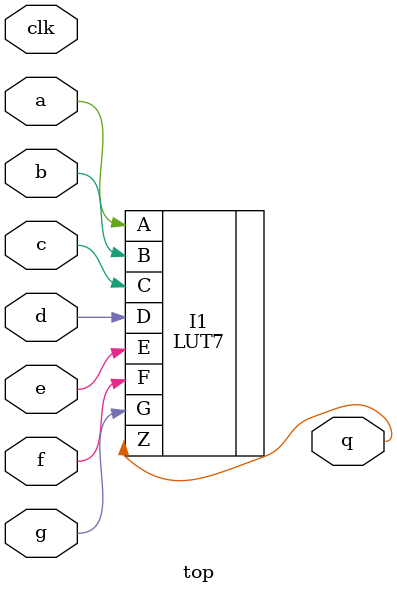
<source format=v>
module top(input a, input b, input c, input d, input e, input f, input g, input clk, output q);

// https://www.guidgenerator.com/online-guid-generator.aspx
LUT7 #(.init (128'hd13686b35db74bd88bbb244fc3fd36af)) I1 ( .A (a), .B (b), .C (c), .D (d), .E (e), .F (f), .G (g),  .Z (q) );

endmodule

</source>
